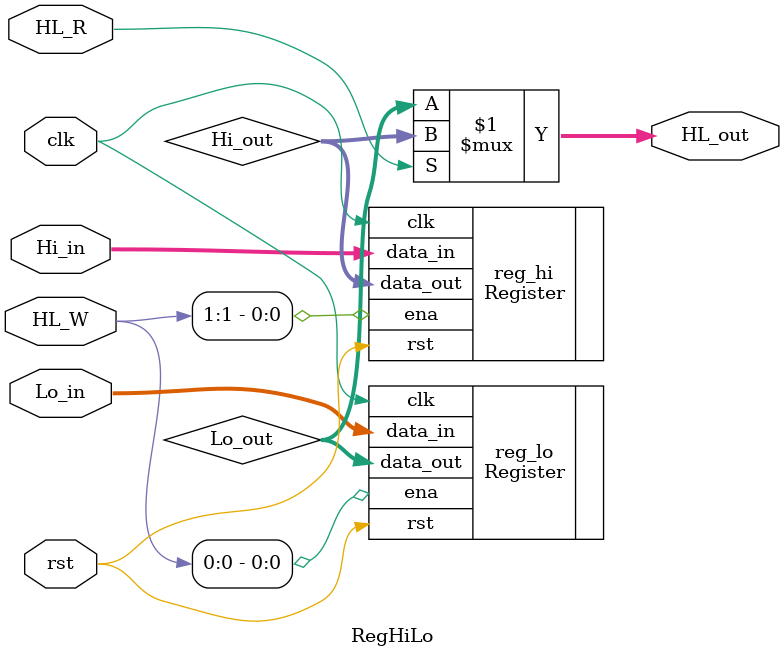
<source format=v>
`timescale 1ns / 1ps


module RegHiLo(
    input clk,
    input rst,
    input [31:0] Hi_in,
    input [31:0] Lo_in,
    input [1:0] HL_W,
    input HL_R,
    output [31:0] HL_out
    );

wire [31:0] Hi_out;
wire [31:0] Lo_out;

Register reg_hi(.clk(clk), .rst(rst), .ena(HL_W[1]), .data_in(Hi_in), .data_out(Hi_out));
Register reg_lo(.clk(clk), .rst(rst), .ena(HL_W[0]), .data_in(Lo_in), .data_out(Lo_out));

assign HL_out = (HL_R) ? Hi_out : Lo_out;

endmodule

</source>
